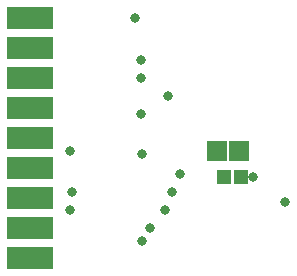
<source format=gbs>
G04 Layer_Color=8150272*
%FSLAX25Y25*%
%MOIN*%
G70*
G01*
G75*
%ADD23R,0.15200X0.07800*%
%ADD28C,0.03200*%
%ADD29R,0.06706X0.06902*%
%ADD30R,0.04540X0.04934*%
D23*
X110000Y392500D02*
D03*
Y402500D02*
D03*
Y412500D02*
D03*
Y422500D02*
D03*
Y432500D02*
D03*
Y442500D02*
D03*
Y452500D02*
D03*
Y462500D02*
D03*
Y472500D02*
D03*
D28*
X147500Y427000D02*
D03*
X147000Y440500D02*
D03*
X150000Y402500D02*
D03*
X147000Y452500D02*
D03*
Y458500D02*
D03*
X156000Y446500D02*
D03*
X147500Y398000D02*
D03*
X155000Y408500D02*
D03*
X157500Y414500D02*
D03*
X160000Y420500D02*
D03*
X123500Y408500D02*
D03*
Y428000D02*
D03*
X124000Y414500D02*
D03*
X195000Y411000D02*
D03*
X184500Y419500D02*
D03*
X145000Y472500D02*
D03*
D29*
X172457Y428000D02*
D03*
X179543D02*
D03*
D30*
X174646Y419500D02*
D03*
X180354D02*
D03*
M02*

</source>
